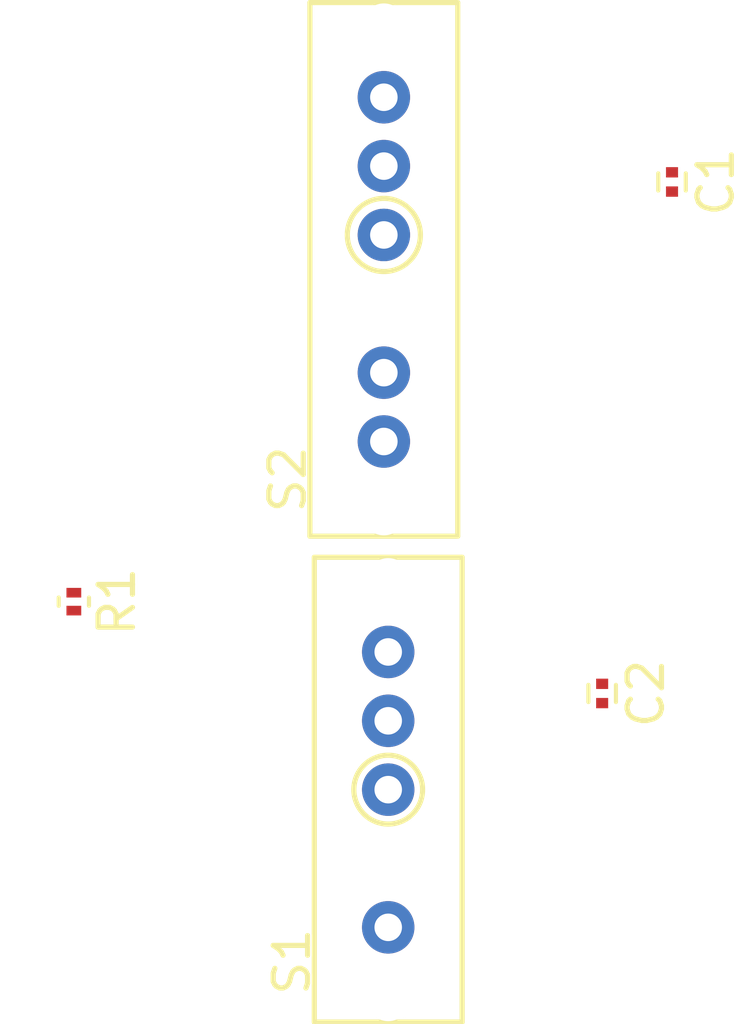
<source format=kicad_pcb>
(kicad_pcb (version 4) (host pcbnew 4.0.7)

  (general
    (links 9)
    (no_connects 9)
    (area 0 0 0 0)
    (thickness 1.6)
    (drawings 0)
    (tracks 0)
    (zones 0)
    (modules 5)
    (nets 7)
  )

  (page A4)
  (layers
    (0 F.Cu signal)
    (31 B.Cu signal)
    (32 B.Adhes user)
    (33 F.Adhes user)
    (34 B.Paste user)
    (35 F.Paste user)
    (36 B.SilkS user)
    (37 F.SilkS user)
    (38 B.Mask user)
    (39 F.Mask user)
    (40 Dwgs.User user)
    (41 Cmts.User user)
    (42 Eco1.User user)
    (43 Eco2.User user)
    (44 Edge.Cuts user)
    (45 Margin user)
    (46 B.CrtYd user)
    (47 F.CrtYd user)
    (48 B.Fab user)
    (49 F.Fab user)
  )

  (setup
    (last_trace_width 0.25)
    (trace_clearance 0.2)
    (zone_clearance 0.508)
    (zone_45_only no)
    (trace_min 0.2)
    (segment_width 0.2)
    (edge_width 0.15)
    (via_size 0.6)
    (via_drill 0.4)
    (via_min_size 0.4)
    (via_min_drill 0.3)
    (uvia_size 0.3)
    (uvia_drill 0.1)
    (uvias_allowed no)
    (uvia_min_size 0.2)
    (uvia_min_drill 0.1)
    (pcb_text_width 0.3)
    (pcb_text_size 1.5 1.5)
    (mod_edge_width 0.15)
    (mod_text_size 1 1)
    (mod_text_width 0.15)
    (pad_size 1.524 1.524)
    (pad_drill 0.762)
    (pad_to_mask_clearance 0.2)
    (aux_axis_origin 0 0)
    (visible_elements FFFFFF7F)
    (pcbplotparams
      (layerselection 0x00030_80000001)
      (usegerberextensions false)
      (excludeedgelayer true)
      (linewidth 0.100000)
      (plotframeref false)
      (viasonmask false)
      (mode 1)
      (useauxorigin false)
      (hpglpennumber 1)
      (hpglpenspeed 20)
      (hpglpendiameter 15)
      (hpglpenoverlay 2)
      (psnegative false)
      (psa4output false)
      (plotreference true)
      (plotvalue true)
      (plotinvisibletext false)
      (padsonsilk false)
      (subtractmaskfromsilk false)
      (outputformat 1)
      (mirror false)
      (drillshape 1)
      (scaleselection 1)
      (outputdirectory ""))
  )

  (net 0 "")
  (net 1 "Net-(C1-Pad1)")
  (net 2 "Net-(C1-Pad2)")
  (net 3 "Net-(C2-Pad1)")
  (net 4 "Net-(C2-Pad2)")
  (net 5 "Net-(R1-Pad1)")
  (net 6 "Net-(R1-Pad2)")

  (net_class Default "This is the default net class."
    (clearance 0.2)
    (trace_width 0.25)
    (via_dia 0.6)
    (via_drill 0.4)
    (uvia_dia 0.3)
    (uvia_drill 0.1)
    (add_net "Net-(C1-Pad1)")
    (add_net "Net-(C1-Pad2)")
    (add_net "Net-(C2-Pad1)")
    (add_net "Net-(C2-Pad2)")
    (add_net "Net-(R1-Pad1)")
    (add_net "Net-(R1-Pad2)")
  )

  (module Capacitors_SMD:C_0201 (layer F.Cu) (tedit 58AA83DF) (tstamp 5A25A89F)
    (at 179.451 74.803 270)
    (descr "Capacitor SMD 0201, reflow soldering, AVX (see smccp.pdf)")
    (tags "capacitor 0201")
    (path /5A2606D9)
    (attr smd)
    (fp_text reference C1 (at 0 -1.27 270) (layer F.SilkS)
      (effects (font (size 1 1) (thickness 0.15)))
    )
    (fp_text value C (at 0 1.27 270) (layer F.Fab)
      (effects (font (size 1 1) (thickness 0.15)))
    )
    (fp_text user %R (at 0 -1.27 270) (layer F.Fab)
      (effects (font (size 1 1) (thickness 0.15)))
    )
    (fp_line (start -0.3 0.15) (end -0.3 -0.15) (layer F.Fab) (width 0.1))
    (fp_line (start 0.3 0.15) (end -0.3 0.15) (layer F.Fab) (width 0.1))
    (fp_line (start 0.3 -0.15) (end 0.3 0.15) (layer F.Fab) (width 0.1))
    (fp_line (start -0.3 -0.15) (end 0.3 -0.15) (layer F.Fab) (width 0.1))
    (fp_line (start 0.25 0.4) (end -0.25 0.4) (layer F.SilkS) (width 0.12))
    (fp_line (start -0.25 -0.4) (end 0.25 -0.4) (layer F.SilkS) (width 0.12))
    (fp_line (start -0.58 -0.33) (end 0.58 -0.33) (layer F.CrtYd) (width 0.05))
    (fp_line (start -0.58 -0.33) (end -0.58 0.32) (layer F.CrtYd) (width 0.05))
    (fp_line (start 0.58 0.32) (end 0.58 -0.33) (layer F.CrtYd) (width 0.05))
    (fp_line (start 0.58 0.32) (end -0.58 0.32) (layer F.CrtYd) (width 0.05))
    (pad 1 smd rect (at -0.28 0 270) (size 0.3 0.35) (layers F.Cu F.Paste F.Mask)
      (net 1 "Net-(C1-Pad1)"))
    (pad 2 smd rect (at 0.28 0 270) (size 0.3 0.35) (layers F.Cu F.Paste F.Mask)
      (net 2 "Net-(C1-Pad2)"))
    (model Capacitors_SMD.3dshapes/C_0201.wrl
      (at (xyz 0 0 0))
      (scale (xyz 1 1 1))
      (rotate (xyz 0 0 0))
    )
  )

  (module Capacitors_SMD:C_0201 (layer F.Cu) (tedit 58AA83DF) (tstamp 5A25A8A5)
    (at 177.419 89.662 270)
    (descr "Capacitor SMD 0201, reflow soldering, AVX (see smccp.pdf)")
    (tags "capacitor 0201")
    (path /5A26071A)
    (attr smd)
    (fp_text reference C2 (at 0 -1.27 270) (layer F.SilkS)
      (effects (font (size 1 1) (thickness 0.15)))
    )
    (fp_text value C (at 0 1.27 270) (layer F.Fab)
      (effects (font (size 1 1) (thickness 0.15)))
    )
    (fp_text user %R (at 0 -1.27 270) (layer F.Fab)
      (effects (font (size 1 1) (thickness 0.15)))
    )
    (fp_line (start -0.3 0.15) (end -0.3 -0.15) (layer F.Fab) (width 0.1))
    (fp_line (start 0.3 0.15) (end -0.3 0.15) (layer F.Fab) (width 0.1))
    (fp_line (start 0.3 -0.15) (end 0.3 0.15) (layer F.Fab) (width 0.1))
    (fp_line (start -0.3 -0.15) (end 0.3 -0.15) (layer F.Fab) (width 0.1))
    (fp_line (start 0.25 0.4) (end -0.25 0.4) (layer F.SilkS) (width 0.12))
    (fp_line (start -0.25 -0.4) (end 0.25 -0.4) (layer F.SilkS) (width 0.12))
    (fp_line (start -0.58 -0.33) (end 0.58 -0.33) (layer F.CrtYd) (width 0.05))
    (fp_line (start -0.58 -0.33) (end -0.58 0.32) (layer F.CrtYd) (width 0.05))
    (fp_line (start 0.58 0.32) (end 0.58 -0.33) (layer F.CrtYd) (width 0.05))
    (fp_line (start 0.58 0.32) (end -0.58 0.32) (layer F.CrtYd) (width 0.05))
    (pad 1 smd rect (at -0.28 0 270) (size 0.3 0.35) (layers F.Cu F.Paste F.Mask)
      (net 3 "Net-(C2-Pad1)"))
    (pad 2 smd rect (at 0.28 0 270) (size 0.3 0.35) (layers F.Cu F.Paste F.Mask)
      (net 4 "Net-(C2-Pad2)"))
    (model Capacitors_SMD.3dshapes/C_0201.wrl
      (at (xyz 0 0 0))
      (scale (xyz 1 1 1))
      (rotate (xyz 0 0 0))
    )
  )

  (module Resistors_SMD:R_0201 (layer F.Cu) (tedit 58E0A804) (tstamp 5A25A8AB)
    (at 162.052 86.995 270)
    (descr "Resistor SMD 0201, reflow soldering, Vishay (see crcw0201e3.pdf)")
    (tags "resistor 0201")
    (path /5A2606AB)
    (attr smd)
    (fp_text reference R1 (at 0 -1.25 270) (layer F.SilkS)
      (effects (font (size 1 1) (thickness 0.15)))
    )
    (fp_text value R (at 0 1.3 270) (layer F.Fab)
      (effects (font (size 1 1) (thickness 0.15)))
    )
    (fp_text user %R (at 0 -1.25 270) (layer F.Fab)
      (effects (font (size 1 1) (thickness 0.15)))
    )
    (fp_line (start -0.3 0.15) (end -0.3 -0.15) (layer F.Fab) (width 0.1))
    (fp_line (start 0.3 0.15) (end -0.3 0.15) (layer F.Fab) (width 0.1))
    (fp_line (start 0.3 -0.15) (end 0.3 0.15) (layer F.Fab) (width 0.1))
    (fp_line (start -0.3 -0.15) (end 0.3 -0.15) (layer F.Fab) (width 0.1))
    (fp_line (start 0.12 -0.44) (end -0.12 -0.44) (layer F.SilkS) (width 0.12))
    (fp_line (start -0.12 0.44) (end 0.12 0.44) (layer F.SilkS) (width 0.12))
    (fp_line (start -0.55 -0.37) (end 0.55 -0.37) (layer F.CrtYd) (width 0.05))
    (fp_line (start -0.55 -0.37) (end -0.55 0.36) (layer F.CrtYd) (width 0.05))
    (fp_line (start 0.55 0.36) (end 0.55 -0.37) (layer F.CrtYd) (width 0.05))
    (fp_line (start 0.55 0.36) (end -0.55 0.36) (layer F.CrtYd) (width 0.05))
    (pad 1 smd rect (at -0.26 0 270) (size 0.28 0.43) (layers F.Cu F.Paste F.Mask)
      (net 5 "Net-(R1-Pad1)"))
    (pad 2 smd rect (at 0.26 0 270) (size 0.28 0.43) (layers F.Cu F.Paste F.Mask)
      (net 6 "Net-(R1-Pad2)"))
    (model ${KISYS3DMOD}/Resistors_SMD.3dshapes/R_0201.wrl
      (at (xyz 0 0 0))
      (scale (xyz 1 1 1))
      (rotate (xyz 0 0 0))
    )
  )

  (module footprints:SP3T_CK_SS-14D0839-VG (layer F.Cu) (tedit 5A25A448) (tstamp 5A25A8BA)
    (at 171.196 92.456 90)
    (path /5A26067E)
    (fp_text reference S1 (at -5 -2.8 90) (layer F.SilkS)
      (effects (font (size 1 1) (thickness 0.15)))
    )
    (fp_text value SP3T (at 3.7 -2.9 90) (layer F.Fab)
      (effects (font (size 1 1) (thickness 0.15)))
    )
    (fp_circle (center 0 0) (end 0 1) (layer F.SilkS) (width 0.15))
    (fp_line (start -6.75 -2.15) (end -6.75 2.15) (layer F.SilkS) (width 0.15))
    (fp_line (start -6.75 2.15) (end 6.75 2.15) (layer F.SilkS) (width 0.15))
    (fp_line (start 6.75 2.15) (end 6.75 -2.15) (layer F.SilkS) (width 0.15))
    (fp_line (start 6.75 -2.15) (end -6.75 -2.15) (layer F.SilkS) (width 0.15))
    (pad 1 thru_hole circle (at -4 0 90) (size 1.524 1.524) (drill 0.8) (layers *.Cu *.Mask)
      (net 4 "Net-(C2-Pad2)"))
    (pad C thru_hole circle (at 0 0 90) (size 1.524 1.524) (drill 0.8) (layers *.Cu *.Mask)
      (net 6 "Net-(R1-Pad2)"))
    (pad 3 thru_hole circle (at 4 0 90) (size 1.524 1.524) (drill 0.8) (layers *.Cu *.Mask)
      (net 3 "Net-(C2-Pad1)"))
    (pad 2 thru_hole circle (at 2 0 90) (size 1.524 1.524) (drill 0.8) (layers *.Cu *.Mask)
      (net 3 "Net-(C2-Pad1)"))
    (pad "" np_thru_hole circle (at -6.1 0 90) (size 1.25 1.25) (drill 1.25) (layers *.Cu *.Mask))
    (pad "" np_thru_hole circle (at 6.1 0 90) (size 1.25 1.25) (drill 1.25) (layers *.Cu *.Mask))
  )

  (module footprints:SP4T_C&K_SS-14D0839-VG (layer F.Cu) (tedit 5A25A2D8) (tstamp 5A25A8CA)
    (at 171.069 77.343 90)
    (path /5A260646)
    (fp_text reference S2 (at -6.1 -2.8 90) (layer F.SilkS)
      (effects (font (size 1 1) (thickness 0.15)))
    )
    (fp_text value SP4T (at 3.7 -2.9 90) (layer F.Fab)
      (effects (font (size 1 1) (thickness 0.15)))
    )
    (fp_line (start -7.75 -2.15) (end -7.75 2.15) (layer F.SilkS) (width 0.15))
    (fp_line (start -7.75 2.15) (end 7.75 2.15) (layer F.SilkS) (width 0.15))
    (fp_line (start 7.75 2.15) (end 7.75 -2.15) (layer F.SilkS) (width 0.15))
    (fp_line (start 7.75 -2.15) (end -7.75 -2.15) (layer F.SilkS) (width 0.15))
    (fp_circle (center 1 0) (end 1.8 0.7) (layer F.SilkS) (width 0.15))
    (pad 1 thru_hole circle (at -5 0 90) (size 1.524 1.524) (drill 0.8) (layers *.Cu *.Mask)
      (net 2 "Net-(C1-Pad2)"))
    (pad C thru_hole circle (at 1 0 90) (size 1.524 1.524) (drill 0.8) (layers *.Cu *.Mask)
      (net 5 "Net-(R1-Pad1)"))
    (pad 3 thru_hole circle (at 3 0 90) (size 1.524 1.524) (drill 0.8) (layers *.Cu *.Mask)
      (net 1 "Net-(C1-Pad1)"))
    (pad 4 thru_hole circle (at 5 0 90) (size 1.524 1.524) (drill 0.8) (layers *.Cu *.Mask)
      (net 1 "Net-(C1-Pad1)"))
    (pad 2 thru_hole circle (at -3 0 90) (size 1.524 1.524) (drill 0.8) (layers *.Cu *.Mask)
      (net 2 "Net-(C1-Pad2)"))
    (pad "" np_thru_hole circle (at -7.1 0 90) (size 1.25 1.25) (drill 1.25) (layers *.Cu *.Mask))
    (pad "" np_thru_hole circle (at 7.1 0 90) (size 1.25 1.25) (drill 1.25) (layers *.Cu *.Mask))
  )

)

</source>
